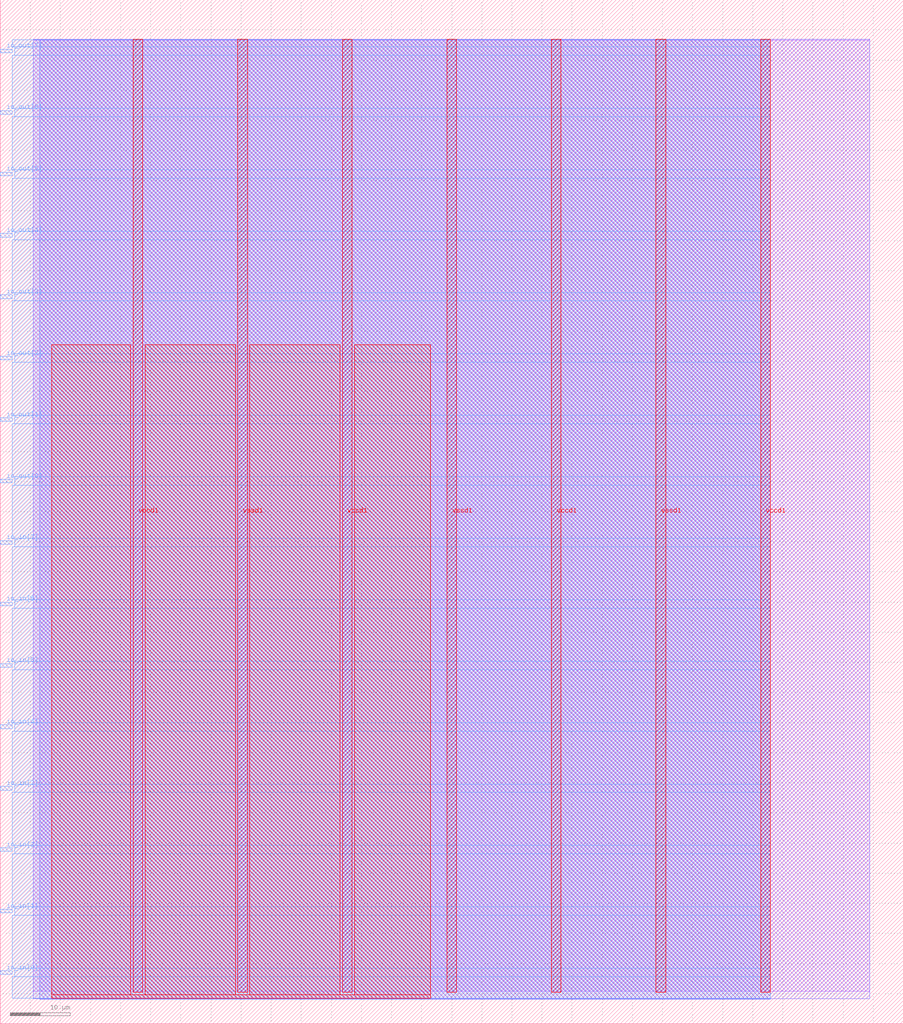
<source format=lef>
VERSION 5.7 ;
  NOWIREEXTENSIONATPIN ON ;
  DIVIDERCHAR "/" ;
  BUSBITCHARS "[]" ;
MACRO frog
  CLASS BLOCK ;
  FOREIGN frog ;
  ORIGIN 0.000 0.000 ;
  SIZE 150.000 BY 170.000 ;
  PIN io_in[0]
    DIRECTION INPUT ;
    USE SIGNAL ;
    PORT
      LAYER met3 ;
        RECT 0.000 8.200 2.000 8.800 ;
    END
  END io_in[0]
  PIN io_in[1]
    DIRECTION INPUT ;
    USE SIGNAL ;
    PORT
      LAYER met3 ;
        RECT 0.000 18.400 2.000 19.000 ;
    END
  END io_in[1]
  PIN io_in[2]
    DIRECTION INPUT ;
    USE SIGNAL ;
    PORT
      LAYER met3 ;
        RECT 0.000 28.600 2.000 29.200 ;
    END
  END io_in[2]
  PIN io_in[3]
    DIRECTION INPUT ;
    USE SIGNAL ;
    PORT
      LAYER met3 ;
        RECT 0.000 38.800 2.000 39.400 ;
    END
  END io_in[3]
  PIN io_in[4]
    DIRECTION INPUT ;
    USE SIGNAL ;
    PORT
      LAYER met3 ;
        RECT 0.000 49.000 2.000 49.600 ;
    END
  END io_in[4]
  PIN io_in[5]
    DIRECTION INPUT ;
    USE SIGNAL ;
    PORT
      LAYER met3 ;
        RECT 0.000 59.200 2.000 59.800 ;
    END
  END io_in[5]
  PIN io_in[6]
    DIRECTION INPUT ;
    USE SIGNAL ;
    PORT
      LAYER met3 ;
        RECT 0.000 69.400 2.000 70.000 ;
    END
  END io_in[6]
  PIN io_in[7]
    DIRECTION INPUT ;
    USE SIGNAL ;
    PORT
      LAYER met3 ;
        RECT 0.000 79.600 2.000 80.200 ;
    END
  END io_in[7]
  PIN io_out[0]
    DIRECTION OUTPUT TRISTATE ;
    USE SIGNAL ;
    PORT
      LAYER met3 ;
        RECT 0.000 89.800 2.000 90.400 ;
    END
  END io_out[0]
  PIN io_out[1]
    DIRECTION OUTPUT TRISTATE ;
    USE SIGNAL ;
    PORT
      LAYER met3 ;
        RECT 0.000 100.000 2.000 100.600 ;
    END
  END io_out[1]
  PIN io_out[2]
    DIRECTION OUTPUT TRISTATE ;
    USE SIGNAL ;
    PORT
      LAYER met3 ;
        RECT 0.000 110.200 2.000 110.800 ;
    END
  END io_out[2]
  PIN io_out[3]
    DIRECTION OUTPUT TRISTATE ;
    USE SIGNAL ;
    PORT
      LAYER met3 ;
        RECT 0.000 120.400 2.000 121.000 ;
    END
  END io_out[3]
  PIN io_out[4]
    DIRECTION OUTPUT TRISTATE ;
    USE SIGNAL ;
    PORT
      LAYER met3 ;
        RECT 0.000 130.600 2.000 131.200 ;
    END
  END io_out[4]
  PIN io_out[5]
    DIRECTION OUTPUT TRISTATE ;
    USE SIGNAL ;
    PORT
      LAYER met3 ;
        RECT 0.000 140.800 2.000 141.400 ;
    END
  END io_out[5]
  PIN io_out[6]
    DIRECTION OUTPUT TRISTATE ;
    USE SIGNAL ;
    PORT
      LAYER met3 ;
        RECT 0.000 151.000 2.000 151.600 ;
    END
  END io_out[6]
  PIN io_out[7]
    DIRECTION OUTPUT TRISTATE ;
    USE SIGNAL ;
    PORT
      LAYER met3 ;
        RECT 0.000 161.200 2.000 161.800 ;
    END
  END io_out[7]
  PIN vccd1
    DIRECTION INOUT ;
    USE POWER ;
    PORT
      LAYER met4 ;
        RECT 22.090 5.200 23.690 163.440 ;
    END
    PORT
      LAYER met4 ;
        RECT 56.830 5.200 58.430 163.440 ;
    END
    PORT
      LAYER met4 ;
        RECT 91.570 5.200 93.170 163.440 ;
    END
    PORT
      LAYER met4 ;
        RECT 126.310 5.200 127.910 163.440 ;
    END
  END vccd1
  PIN vssd1
    DIRECTION INOUT ;
    USE GROUND ;
    PORT
      LAYER met4 ;
        RECT 39.460 5.200 41.060 163.440 ;
    END
    PORT
      LAYER met4 ;
        RECT 74.200 5.200 75.800 163.440 ;
    END
    PORT
      LAYER met4 ;
        RECT 108.940 5.200 110.540 163.440 ;
    END
  END vssd1
  OBS
      LAYER li1 ;
        RECT 5.520 5.355 144.440 163.285 ;
      LAYER met1 ;
        RECT 5.520 4.120 144.440 163.440 ;
      LAYER met2 ;
        RECT 6.530 4.090 127.880 163.385 ;
      LAYER met3 ;
        RECT 2.000 162.200 127.900 163.365 ;
        RECT 2.400 160.800 127.900 162.200 ;
        RECT 2.000 152.000 127.900 160.800 ;
        RECT 2.400 150.600 127.900 152.000 ;
        RECT 2.000 141.800 127.900 150.600 ;
        RECT 2.400 140.400 127.900 141.800 ;
        RECT 2.000 131.600 127.900 140.400 ;
        RECT 2.400 130.200 127.900 131.600 ;
        RECT 2.000 121.400 127.900 130.200 ;
        RECT 2.400 120.000 127.900 121.400 ;
        RECT 2.000 111.200 127.900 120.000 ;
        RECT 2.400 109.800 127.900 111.200 ;
        RECT 2.000 101.000 127.900 109.800 ;
        RECT 2.400 99.600 127.900 101.000 ;
        RECT 2.000 90.800 127.900 99.600 ;
        RECT 2.400 89.400 127.900 90.800 ;
        RECT 2.000 80.600 127.900 89.400 ;
        RECT 2.400 79.200 127.900 80.600 ;
        RECT 2.000 70.400 127.900 79.200 ;
        RECT 2.400 69.000 127.900 70.400 ;
        RECT 2.000 60.200 127.900 69.000 ;
        RECT 2.400 58.800 127.900 60.200 ;
        RECT 2.000 50.000 127.900 58.800 ;
        RECT 2.400 48.600 127.900 50.000 ;
        RECT 2.000 39.800 127.900 48.600 ;
        RECT 2.400 38.400 127.900 39.800 ;
        RECT 2.000 29.600 127.900 38.400 ;
        RECT 2.400 28.200 127.900 29.600 ;
        RECT 2.000 19.400 127.900 28.200 ;
        RECT 2.400 18.000 127.900 19.400 ;
        RECT 2.000 9.200 127.900 18.000 ;
        RECT 2.400 7.800 127.900 9.200 ;
        RECT 2.000 4.255 127.900 7.800 ;
      LAYER met4 ;
        RECT 8.575 4.800 21.690 112.705 ;
        RECT 24.090 4.800 39.060 112.705 ;
        RECT 41.460 4.800 56.430 112.705 ;
        RECT 58.830 4.800 71.465 112.705 ;
        RECT 8.575 4.255 71.465 4.800 ;
  END
END frog
END LIBRARY


</source>
